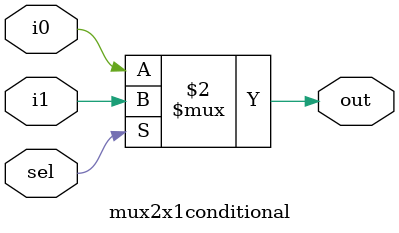
<source format=v>
`timescale 1ns / 1ps
module mux2x1conditional(input sel,i0,i1,output reg out);
always@*
begin
out=sel?i1:i0;
end
endmodule


</source>
